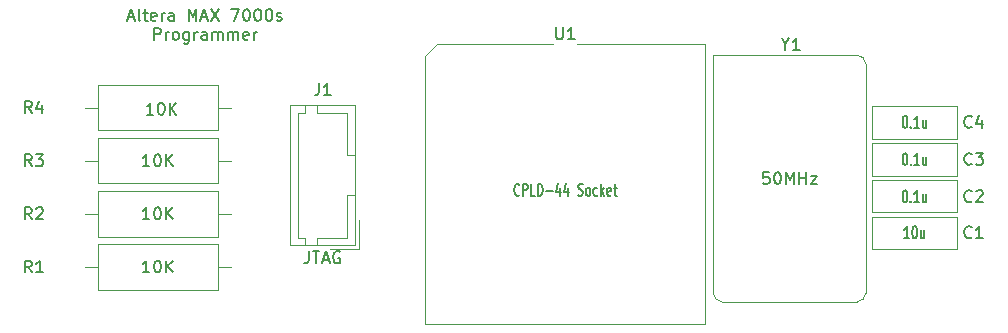
<source format=gbr>
%TF.GenerationSoftware,KiCad,Pcbnew,(6.0.7)*%
%TF.CreationDate,2023-04-25T18:25:47-06:00*%
%TF.ProjectId,altera_programmer,616c7465-7261-45f7-9072-6f6772616d6d,rev?*%
%TF.SameCoordinates,Original*%
%TF.FileFunction,Legend,Top*%
%TF.FilePolarity,Positive*%
%FSLAX46Y46*%
G04 Gerber Fmt 4.6, Leading zero omitted, Abs format (unit mm)*
G04 Created by KiCad (PCBNEW (6.0.7)) date 2023-04-25 18:25:47*
%MOMM*%
%LPD*%
G01*
G04 APERTURE LIST*
%ADD10C,0.150000*%
%ADD11C,0.120000*%
G04 APERTURE END LIST*
D10*
X112976190Y-71361666D02*
X113452380Y-71361666D01*
X112880952Y-71647380D02*
X113214285Y-70647380D01*
X113547619Y-71647380D01*
X114023809Y-71647380D02*
X113928571Y-71599761D01*
X113880952Y-71504523D01*
X113880952Y-70647380D01*
X114261904Y-70980714D02*
X114642857Y-70980714D01*
X114404761Y-70647380D02*
X114404761Y-71504523D01*
X114452380Y-71599761D01*
X114547619Y-71647380D01*
X114642857Y-71647380D01*
X115357142Y-71599761D02*
X115261904Y-71647380D01*
X115071428Y-71647380D01*
X114976190Y-71599761D01*
X114928571Y-71504523D01*
X114928571Y-71123571D01*
X114976190Y-71028333D01*
X115071428Y-70980714D01*
X115261904Y-70980714D01*
X115357142Y-71028333D01*
X115404761Y-71123571D01*
X115404761Y-71218809D01*
X114928571Y-71314047D01*
X115833333Y-71647380D02*
X115833333Y-70980714D01*
X115833333Y-71171190D02*
X115880952Y-71075952D01*
X115928571Y-71028333D01*
X116023809Y-70980714D01*
X116119047Y-70980714D01*
X116880952Y-71647380D02*
X116880952Y-71123571D01*
X116833333Y-71028333D01*
X116738095Y-70980714D01*
X116547619Y-70980714D01*
X116452380Y-71028333D01*
X116880952Y-71599761D02*
X116785714Y-71647380D01*
X116547619Y-71647380D01*
X116452380Y-71599761D01*
X116404761Y-71504523D01*
X116404761Y-71409285D01*
X116452380Y-71314047D01*
X116547619Y-71266428D01*
X116785714Y-71266428D01*
X116880952Y-71218809D01*
X118119047Y-71647380D02*
X118119047Y-70647380D01*
X118452380Y-71361666D01*
X118785714Y-70647380D01*
X118785714Y-71647380D01*
X119214285Y-71361666D02*
X119690476Y-71361666D01*
X119119047Y-71647380D02*
X119452380Y-70647380D01*
X119785714Y-71647380D01*
X120023809Y-70647380D02*
X120690476Y-71647380D01*
X120690476Y-70647380D02*
X120023809Y-71647380D01*
X121738095Y-70647380D02*
X122404761Y-70647380D01*
X121976190Y-71647380D01*
X122976190Y-70647380D02*
X123071428Y-70647380D01*
X123166666Y-70695000D01*
X123214285Y-70742619D01*
X123261904Y-70837857D01*
X123309523Y-71028333D01*
X123309523Y-71266428D01*
X123261904Y-71456904D01*
X123214285Y-71552142D01*
X123166666Y-71599761D01*
X123071428Y-71647380D01*
X122976190Y-71647380D01*
X122880952Y-71599761D01*
X122833333Y-71552142D01*
X122785714Y-71456904D01*
X122738095Y-71266428D01*
X122738095Y-71028333D01*
X122785714Y-70837857D01*
X122833333Y-70742619D01*
X122880952Y-70695000D01*
X122976190Y-70647380D01*
X123928571Y-70647380D02*
X124023809Y-70647380D01*
X124119047Y-70695000D01*
X124166666Y-70742619D01*
X124214285Y-70837857D01*
X124261904Y-71028333D01*
X124261904Y-71266428D01*
X124214285Y-71456904D01*
X124166666Y-71552142D01*
X124119047Y-71599761D01*
X124023809Y-71647380D01*
X123928571Y-71647380D01*
X123833333Y-71599761D01*
X123785714Y-71552142D01*
X123738095Y-71456904D01*
X123690476Y-71266428D01*
X123690476Y-71028333D01*
X123738095Y-70837857D01*
X123785714Y-70742619D01*
X123833333Y-70695000D01*
X123928571Y-70647380D01*
X124880952Y-70647380D02*
X124976190Y-70647380D01*
X125071428Y-70695000D01*
X125119047Y-70742619D01*
X125166666Y-70837857D01*
X125214285Y-71028333D01*
X125214285Y-71266428D01*
X125166666Y-71456904D01*
X125119047Y-71552142D01*
X125071428Y-71599761D01*
X124976190Y-71647380D01*
X124880952Y-71647380D01*
X124785714Y-71599761D01*
X124738095Y-71552142D01*
X124690476Y-71456904D01*
X124642857Y-71266428D01*
X124642857Y-71028333D01*
X124690476Y-70837857D01*
X124738095Y-70742619D01*
X124785714Y-70695000D01*
X124880952Y-70647380D01*
X125595238Y-71599761D02*
X125690476Y-71647380D01*
X125880952Y-71647380D01*
X125976190Y-71599761D01*
X126023809Y-71504523D01*
X126023809Y-71456904D01*
X125976190Y-71361666D01*
X125880952Y-71314047D01*
X125738095Y-71314047D01*
X125642857Y-71266428D01*
X125595238Y-71171190D01*
X125595238Y-71123571D01*
X125642857Y-71028333D01*
X125738095Y-70980714D01*
X125880952Y-70980714D01*
X125976190Y-71028333D01*
X115190476Y-73257380D02*
X115190476Y-72257380D01*
X115571428Y-72257380D01*
X115666666Y-72305000D01*
X115714285Y-72352619D01*
X115761904Y-72447857D01*
X115761904Y-72590714D01*
X115714285Y-72685952D01*
X115666666Y-72733571D01*
X115571428Y-72781190D01*
X115190476Y-72781190D01*
X116190476Y-73257380D02*
X116190476Y-72590714D01*
X116190476Y-72781190D02*
X116238095Y-72685952D01*
X116285714Y-72638333D01*
X116380952Y-72590714D01*
X116476190Y-72590714D01*
X116952380Y-73257380D02*
X116857142Y-73209761D01*
X116809523Y-73162142D01*
X116761904Y-73066904D01*
X116761904Y-72781190D01*
X116809523Y-72685952D01*
X116857142Y-72638333D01*
X116952380Y-72590714D01*
X117095238Y-72590714D01*
X117190476Y-72638333D01*
X117238095Y-72685952D01*
X117285714Y-72781190D01*
X117285714Y-73066904D01*
X117238095Y-73162142D01*
X117190476Y-73209761D01*
X117095238Y-73257380D01*
X116952380Y-73257380D01*
X118142857Y-72590714D02*
X118142857Y-73400238D01*
X118095238Y-73495476D01*
X118047619Y-73543095D01*
X117952380Y-73590714D01*
X117809523Y-73590714D01*
X117714285Y-73543095D01*
X118142857Y-73209761D02*
X118047619Y-73257380D01*
X117857142Y-73257380D01*
X117761904Y-73209761D01*
X117714285Y-73162142D01*
X117666666Y-73066904D01*
X117666666Y-72781190D01*
X117714285Y-72685952D01*
X117761904Y-72638333D01*
X117857142Y-72590714D01*
X118047619Y-72590714D01*
X118142857Y-72638333D01*
X118619047Y-73257380D02*
X118619047Y-72590714D01*
X118619047Y-72781190D02*
X118666666Y-72685952D01*
X118714285Y-72638333D01*
X118809523Y-72590714D01*
X118904761Y-72590714D01*
X119666666Y-73257380D02*
X119666666Y-72733571D01*
X119619047Y-72638333D01*
X119523809Y-72590714D01*
X119333333Y-72590714D01*
X119238095Y-72638333D01*
X119666666Y-73209761D02*
X119571428Y-73257380D01*
X119333333Y-73257380D01*
X119238095Y-73209761D01*
X119190476Y-73114523D01*
X119190476Y-73019285D01*
X119238095Y-72924047D01*
X119333333Y-72876428D01*
X119571428Y-72876428D01*
X119666666Y-72828809D01*
X120142857Y-73257380D02*
X120142857Y-72590714D01*
X120142857Y-72685952D02*
X120190476Y-72638333D01*
X120285714Y-72590714D01*
X120428571Y-72590714D01*
X120523809Y-72638333D01*
X120571428Y-72733571D01*
X120571428Y-73257380D01*
X120571428Y-72733571D02*
X120619047Y-72638333D01*
X120714285Y-72590714D01*
X120857142Y-72590714D01*
X120952380Y-72638333D01*
X121000000Y-72733571D01*
X121000000Y-73257380D01*
X121476190Y-73257380D02*
X121476190Y-72590714D01*
X121476190Y-72685952D02*
X121523809Y-72638333D01*
X121619047Y-72590714D01*
X121761904Y-72590714D01*
X121857142Y-72638333D01*
X121904761Y-72733571D01*
X121904761Y-73257380D01*
X121904761Y-72733571D02*
X121952380Y-72638333D01*
X122047619Y-72590714D01*
X122190476Y-72590714D01*
X122285714Y-72638333D01*
X122333333Y-72733571D01*
X122333333Y-73257380D01*
X123190476Y-73209761D02*
X123095238Y-73257380D01*
X122904761Y-73257380D01*
X122809523Y-73209761D01*
X122761904Y-73114523D01*
X122761904Y-72733571D01*
X122809523Y-72638333D01*
X122904761Y-72590714D01*
X123095238Y-72590714D01*
X123190476Y-72638333D01*
X123238095Y-72733571D01*
X123238095Y-72828809D01*
X122761904Y-72924047D01*
X123666666Y-73257380D02*
X123666666Y-72590714D01*
X123666666Y-72781190D02*
X123714285Y-72685952D01*
X123761904Y-72638333D01*
X123857142Y-72590714D01*
X123952380Y-72590714D01*
%TO.C,R4*%
X104833333Y-79452380D02*
X104500000Y-78976190D01*
X104261904Y-79452380D02*
X104261904Y-78452380D01*
X104642857Y-78452380D01*
X104738095Y-78500000D01*
X104785714Y-78547619D01*
X104833333Y-78642857D01*
X104833333Y-78785714D01*
X104785714Y-78880952D01*
X104738095Y-78928571D01*
X104642857Y-78976190D01*
X104261904Y-78976190D01*
X105690476Y-78785714D02*
X105690476Y-79452380D01*
X105452380Y-78404761D02*
X105214285Y-79119047D01*
X105833333Y-79119047D01*
X115129523Y-79602380D02*
X114558095Y-79602380D01*
X114843809Y-79602380D02*
X114843809Y-78602380D01*
X114748571Y-78745238D01*
X114653333Y-78840476D01*
X114558095Y-78888095D01*
X115748571Y-78602380D02*
X115843809Y-78602380D01*
X115939047Y-78650000D01*
X115986666Y-78697619D01*
X116034285Y-78792857D01*
X116081904Y-78983333D01*
X116081904Y-79221428D01*
X116034285Y-79411904D01*
X115986666Y-79507142D01*
X115939047Y-79554761D01*
X115843809Y-79602380D01*
X115748571Y-79602380D01*
X115653333Y-79554761D01*
X115605714Y-79507142D01*
X115558095Y-79411904D01*
X115510476Y-79221428D01*
X115510476Y-78983333D01*
X115558095Y-78792857D01*
X115605714Y-78697619D01*
X115653333Y-78650000D01*
X115748571Y-78602380D01*
X116510476Y-79602380D02*
X116510476Y-78602380D01*
X117081904Y-79602380D02*
X116653333Y-79030952D01*
X117081904Y-78602380D02*
X116510476Y-79173809D01*
%TO.C,C4*%
X184421951Y-80607142D02*
X184374332Y-80654761D01*
X184231475Y-80702380D01*
X184136237Y-80702380D01*
X183993379Y-80654761D01*
X183898141Y-80559523D01*
X183850522Y-80464285D01*
X183802903Y-80273809D01*
X183802903Y-80130952D01*
X183850522Y-79940476D01*
X183898141Y-79845238D01*
X183993379Y-79750000D01*
X184136237Y-79702380D01*
X184231475Y-79702380D01*
X184374332Y-79750000D01*
X184421951Y-79797619D01*
X185279094Y-80035714D02*
X185279094Y-80702380D01*
X185040998Y-79654761D02*
X184802903Y-80369047D01*
X185421951Y-80369047D01*
X178738618Y-79702380D02*
X178805284Y-79702380D01*
X178871951Y-79750000D01*
X178905284Y-79797619D01*
X178938618Y-79892857D01*
X178971951Y-80083333D01*
X178971951Y-80321428D01*
X178938618Y-80511904D01*
X178905284Y-80607142D01*
X178871951Y-80654761D01*
X178805284Y-80702380D01*
X178738618Y-80702380D01*
X178671951Y-80654761D01*
X178638618Y-80607142D01*
X178605284Y-80511904D01*
X178571951Y-80321428D01*
X178571951Y-80083333D01*
X178605284Y-79892857D01*
X178638618Y-79797619D01*
X178671951Y-79750000D01*
X178738618Y-79702380D01*
X179271951Y-80607142D02*
X179305284Y-80654761D01*
X179271951Y-80702380D01*
X179238618Y-80654761D01*
X179271951Y-80607142D01*
X179271951Y-80702380D01*
X179971951Y-80702380D02*
X179571951Y-80702380D01*
X179771951Y-80702380D02*
X179771951Y-79702380D01*
X179705284Y-79845238D01*
X179638618Y-79940476D01*
X179571951Y-79988095D01*
X180571951Y-80035714D02*
X180571951Y-80702380D01*
X180271951Y-80035714D02*
X180271951Y-80559523D01*
X180305284Y-80654761D01*
X180371951Y-80702380D01*
X180471951Y-80702380D01*
X180538618Y-80654761D01*
X180571951Y-80607142D01*
%TO.C,C1*%
X184412446Y-89953033D02*
X184364827Y-90000652D01*
X184221970Y-90048271D01*
X184126732Y-90048271D01*
X183983874Y-90000652D01*
X183888636Y-89905414D01*
X183841017Y-89810176D01*
X183793398Y-89619700D01*
X183793398Y-89476843D01*
X183841017Y-89286367D01*
X183888636Y-89191129D01*
X183983874Y-89095891D01*
X184126732Y-89048271D01*
X184221970Y-89048271D01*
X184364827Y-89095891D01*
X184412446Y-89143510D01*
X185364827Y-90048271D02*
X184793398Y-90048271D01*
X185079113Y-90048271D02*
X185079113Y-89048271D01*
X184983874Y-89191129D01*
X184888636Y-89286367D01*
X184793398Y-89333986D01*
X179129113Y-90048271D02*
X178729113Y-90048271D01*
X178929113Y-90048271D02*
X178929113Y-89048271D01*
X178862446Y-89191129D01*
X178795779Y-89286367D01*
X178729113Y-89333986D01*
X179562446Y-89048271D02*
X179629113Y-89048271D01*
X179695779Y-89095891D01*
X179729113Y-89143510D01*
X179762446Y-89238748D01*
X179795779Y-89429224D01*
X179795779Y-89667319D01*
X179762446Y-89857795D01*
X179729113Y-89953033D01*
X179695779Y-90000652D01*
X179629113Y-90048271D01*
X179562446Y-90048271D01*
X179495779Y-90000652D01*
X179462446Y-89953033D01*
X179429113Y-89857795D01*
X179395779Y-89667319D01*
X179395779Y-89429224D01*
X179429113Y-89238748D01*
X179462446Y-89143510D01*
X179495779Y-89095891D01*
X179562446Y-89048271D01*
X180395779Y-89381605D02*
X180395779Y-90048271D01*
X180095779Y-89381605D02*
X180095779Y-89905414D01*
X180129113Y-90000652D01*
X180195779Y-90048271D01*
X180295779Y-90048271D01*
X180362446Y-90000652D01*
X180395779Y-89953033D01*
%TO.C,R3*%
X104833333Y-83952380D02*
X104500000Y-83476190D01*
X104261904Y-83952380D02*
X104261904Y-82952380D01*
X104642857Y-82952380D01*
X104738095Y-83000000D01*
X104785714Y-83047619D01*
X104833333Y-83142857D01*
X104833333Y-83285714D01*
X104785714Y-83380952D01*
X104738095Y-83428571D01*
X104642857Y-83476190D01*
X104261904Y-83476190D01*
X105166666Y-82952380D02*
X105785714Y-82952380D01*
X105452380Y-83333333D01*
X105595238Y-83333333D01*
X105690476Y-83380952D01*
X105738095Y-83428571D01*
X105785714Y-83523809D01*
X105785714Y-83761904D01*
X105738095Y-83857142D01*
X105690476Y-83904761D01*
X105595238Y-83952380D01*
X105309523Y-83952380D01*
X105214285Y-83904761D01*
X105166666Y-83857142D01*
X114809523Y-83952380D02*
X114238095Y-83952380D01*
X114523809Y-83952380D02*
X114523809Y-82952380D01*
X114428571Y-83095238D01*
X114333333Y-83190476D01*
X114238095Y-83238095D01*
X115428571Y-82952380D02*
X115523809Y-82952380D01*
X115619047Y-83000000D01*
X115666666Y-83047619D01*
X115714285Y-83142857D01*
X115761904Y-83333333D01*
X115761904Y-83571428D01*
X115714285Y-83761904D01*
X115666666Y-83857142D01*
X115619047Y-83904761D01*
X115523809Y-83952380D01*
X115428571Y-83952380D01*
X115333333Y-83904761D01*
X115285714Y-83857142D01*
X115238095Y-83761904D01*
X115190476Y-83571428D01*
X115190476Y-83333333D01*
X115238095Y-83142857D01*
X115285714Y-83047619D01*
X115333333Y-83000000D01*
X115428571Y-82952380D01*
X116190476Y-83952380D02*
X116190476Y-82952380D01*
X116761904Y-83952380D02*
X116333333Y-83380952D01*
X116761904Y-82952380D02*
X116190476Y-83523809D01*
%TO.C,C2*%
X184421951Y-86907142D02*
X184374332Y-86954761D01*
X184231475Y-87002380D01*
X184136237Y-87002380D01*
X183993379Y-86954761D01*
X183898141Y-86859523D01*
X183850522Y-86764285D01*
X183802903Y-86573809D01*
X183802903Y-86430952D01*
X183850522Y-86240476D01*
X183898141Y-86145238D01*
X183993379Y-86050000D01*
X184136237Y-86002380D01*
X184231475Y-86002380D01*
X184374332Y-86050000D01*
X184421951Y-86097619D01*
X184802903Y-86097619D02*
X184850522Y-86050000D01*
X184945760Y-86002380D01*
X185183856Y-86002380D01*
X185279094Y-86050000D01*
X185326713Y-86097619D01*
X185374332Y-86192857D01*
X185374332Y-86288095D01*
X185326713Y-86430952D01*
X184755284Y-87002380D01*
X185374332Y-87002380D01*
X178738618Y-86002380D02*
X178805284Y-86002380D01*
X178871951Y-86050000D01*
X178905284Y-86097619D01*
X178938618Y-86192857D01*
X178971951Y-86383333D01*
X178971951Y-86621428D01*
X178938618Y-86811904D01*
X178905284Y-86907142D01*
X178871951Y-86954761D01*
X178805284Y-87002380D01*
X178738618Y-87002380D01*
X178671951Y-86954761D01*
X178638618Y-86907142D01*
X178605284Y-86811904D01*
X178571951Y-86621428D01*
X178571951Y-86383333D01*
X178605284Y-86192857D01*
X178638618Y-86097619D01*
X178671951Y-86050000D01*
X178738618Y-86002380D01*
X179271951Y-86907142D02*
X179305284Y-86954761D01*
X179271951Y-87002380D01*
X179238618Y-86954761D01*
X179271951Y-86907142D01*
X179271951Y-87002380D01*
X179971951Y-87002380D02*
X179571951Y-87002380D01*
X179771951Y-87002380D02*
X179771951Y-86002380D01*
X179705284Y-86145238D01*
X179638618Y-86240476D01*
X179571951Y-86288095D01*
X180571951Y-86335714D02*
X180571951Y-87002380D01*
X180271951Y-86335714D02*
X180271951Y-86859523D01*
X180305284Y-86954761D01*
X180371951Y-87002380D01*
X180471951Y-87002380D01*
X180538618Y-86954761D01*
X180571951Y-86907142D01*
%TO.C,J1*%
X129166666Y-76952380D02*
X129166666Y-77666666D01*
X129119047Y-77809523D01*
X129023809Y-77904761D01*
X128880952Y-77952380D01*
X128785714Y-77952380D01*
X130166666Y-77952380D02*
X129595238Y-77952380D01*
X129880952Y-77952380D02*
X129880952Y-76952380D01*
X129785714Y-77095238D01*
X129690476Y-77190476D01*
X129595238Y-77238095D01*
X128294878Y-91175257D02*
X128294878Y-91889543D01*
X128247259Y-92032400D01*
X128152021Y-92127638D01*
X128009164Y-92175257D01*
X127913925Y-92175257D01*
X128628211Y-91175257D02*
X129199640Y-91175257D01*
X128913925Y-92175257D02*
X128913925Y-91175257D01*
X129485354Y-91889543D02*
X129961545Y-91889543D01*
X129390116Y-92175257D02*
X129723449Y-91175257D01*
X130056783Y-92175257D01*
X130913925Y-91222877D02*
X130818687Y-91175257D01*
X130675830Y-91175257D01*
X130532973Y-91222877D01*
X130437735Y-91318115D01*
X130390116Y-91413353D01*
X130342497Y-91603829D01*
X130342497Y-91746686D01*
X130390116Y-91937162D01*
X130437735Y-92032400D01*
X130532973Y-92127638D01*
X130675830Y-92175257D01*
X130771068Y-92175257D01*
X130913925Y-92127638D01*
X130961545Y-92080019D01*
X130961545Y-91746686D01*
X130771068Y-91746686D01*
%TO.C,R2*%
X104833333Y-88452380D02*
X104500000Y-87976190D01*
X104261904Y-88452380D02*
X104261904Y-87452380D01*
X104642857Y-87452380D01*
X104738095Y-87500000D01*
X104785714Y-87547619D01*
X104833333Y-87642857D01*
X104833333Y-87785714D01*
X104785714Y-87880952D01*
X104738095Y-87928571D01*
X104642857Y-87976190D01*
X104261904Y-87976190D01*
X105214285Y-87547619D02*
X105261904Y-87500000D01*
X105357142Y-87452380D01*
X105595238Y-87452380D01*
X105690476Y-87500000D01*
X105738095Y-87547619D01*
X105785714Y-87642857D01*
X105785714Y-87738095D01*
X105738095Y-87880952D01*
X105166666Y-88452380D01*
X105785714Y-88452380D01*
X114809523Y-88452380D02*
X114238095Y-88452380D01*
X114523809Y-88452380D02*
X114523809Y-87452380D01*
X114428571Y-87595238D01*
X114333333Y-87690476D01*
X114238095Y-87738095D01*
X115428571Y-87452380D02*
X115523809Y-87452380D01*
X115619047Y-87500000D01*
X115666666Y-87547619D01*
X115714285Y-87642857D01*
X115761904Y-87833333D01*
X115761904Y-88071428D01*
X115714285Y-88261904D01*
X115666666Y-88357142D01*
X115619047Y-88404761D01*
X115523809Y-88452380D01*
X115428571Y-88452380D01*
X115333333Y-88404761D01*
X115285714Y-88357142D01*
X115238095Y-88261904D01*
X115190476Y-88071428D01*
X115190476Y-87833333D01*
X115238095Y-87642857D01*
X115285714Y-87547619D01*
X115333333Y-87500000D01*
X115428571Y-87452380D01*
X116190476Y-88452380D02*
X116190476Y-87452380D01*
X116761904Y-88452380D02*
X116333333Y-87880952D01*
X116761904Y-87452380D02*
X116190476Y-88023809D01*
%TO.C,C3*%
X184425971Y-83745285D02*
X184378352Y-83792904D01*
X184235495Y-83840523D01*
X184140257Y-83840523D01*
X183997399Y-83792904D01*
X183902161Y-83697666D01*
X183854542Y-83602428D01*
X183806923Y-83411952D01*
X183806923Y-83269095D01*
X183854542Y-83078619D01*
X183902161Y-82983381D01*
X183997399Y-82888143D01*
X184140257Y-82840523D01*
X184235495Y-82840523D01*
X184378352Y-82888143D01*
X184425971Y-82935762D01*
X184759304Y-82840523D02*
X185378352Y-82840523D01*
X185045018Y-83221476D01*
X185187876Y-83221476D01*
X185283114Y-83269095D01*
X185330733Y-83316714D01*
X185378352Y-83411952D01*
X185378352Y-83650047D01*
X185330733Y-83745285D01*
X185283114Y-83792904D01*
X185187876Y-83840523D01*
X184902161Y-83840523D01*
X184806923Y-83792904D01*
X184759304Y-83745285D01*
X178742638Y-82840523D02*
X178809304Y-82840523D01*
X178875971Y-82888143D01*
X178909304Y-82935762D01*
X178942638Y-83031000D01*
X178975971Y-83221476D01*
X178975971Y-83459571D01*
X178942638Y-83650047D01*
X178909304Y-83745285D01*
X178875971Y-83792904D01*
X178809304Y-83840523D01*
X178742638Y-83840523D01*
X178675971Y-83792904D01*
X178642638Y-83745285D01*
X178609304Y-83650047D01*
X178575971Y-83459571D01*
X178575971Y-83221476D01*
X178609304Y-83031000D01*
X178642638Y-82935762D01*
X178675971Y-82888143D01*
X178742638Y-82840523D01*
X179275971Y-83745285D02*
X179309304Y-83792904D01*
X179275971Y-83840523D01*
X179242638Y-83792904D01*
X179275971Y-83745285D01*
X179275971Y-83840523D01*
X179975971Y-83840523D02*
X179575971Y-83840523D01*
X179775971Y-83840523D02*
X179775971Y-82840523D01*
X179709304Y-82983381D01*
X179642638Y-83078619D01*
X179575971Y-83126238D01*
X180575971Y-83173857D02*
X180575971Y-83840523D01*
X180275971Y-83173857D02*
X180275971Y-83697666D01*
X180309304Y-83792904D01*
X180375971Y-83840523D01*
X180475971Y-83840523D01*
X180542638Y-83792904D01*
X180575971Y-83745285D01*
%TO.C,Y1*%
X168657427Y-73644281D02*
X168657427Y-74120471D01*
X168324094Y-73120471D02*
X168657427Y-73644281D01*
X168990760Y-73120471D01*
X169847903Y-74120471D02*
X169276475Y-74120471D01*
X169562189Y-74120471D02*
X169562189Y-73120471D01*
X169466951Y-73263329D01*
X169371713Y-73358567D01*
X169276475Y-73406186D01*
X167261904Y-84452380D02*
X166785714Y-84452380D01*
X166738095Y-84928571D01*
X166785714Y-84880952D01*
X166880952Y-84833333D01*
X167119047Y-84833333D01*
X167214285Y-84880952D01*
X167261904Y-84928571D01*
X167309523Y-85023809D01*
X167309523Y-85261904D01*
X167261904Y-85357142D01*
X167214285Y-85404761D01*
X167119047Y-85452380D01*
X166880952Y-85452380D01*
X166785714Y-85404761D01*
X166738095Y-85357142D01*
X167928571Y-84452380D02*
X168023809Y-84452380D01*
X168119047Y-84500000D01*
X168166666Y-84547619D01*
X168214285Y-84642857D01*
X168261904Y-84833333D01*
X168261904Y-85071428D01*
X168214285Y-85261904D01*
X168166666Y-85357142D01*
X168119047Y-85404761D01*
X168023809Y-85452380D01*
X167928571Y-85452380D01*
X167833333Y-85404761D01*
X167785714Y-85357142D01*
X167738095Y-85261904D01*
X167690476Y-85071428D01*
X167690476Y-84833333D01*
X167738095Y-84642857D01*
X167785714Y-84547619D01*
X167833333Y-84500000D01*
X167928571Y-84452380D01*
X168690476Y-85452380D02*
X168690476Y-84452380D01*
X169023809Y-85166666D01*
X169357142Y-84452380D01*
X169357142Y-85452380D01*
X169833333Y-85452380D02*
X169833333Y-84452380D01*
X169833333Y-84928571D02*
X170404761Y-84928571D01*
X170404761Y-85452380D02*
X170404761Y-84452380D01*
X170785714Y-84785714D02*
X171309523Y-84785714D01*
X170785714Y-85452380D01*
X171309523Y-85452380D01*
%TO.C,U1*%
X149238095Y-72202380D02*
X149238095Y-73011904D01*
X149285714Y-73107142D01*
X149333333Y-73154761D01*
X149428571Y-73202380D01*
X149619047Y-73202380D01*
X149714285Y-73154761D01*
X149761904Y-73107142D01*
X149809523Y-73011904D01*
X149809523Y-72202380D01*
X150809523Y-73202380D02*
X150238095Y-73202380D01*
X150523809Y-73202380D02*
X150523809Y-72202380D01*
X150428571Y-72345238D01*
X150333333Y-72440476D01*
X150238095Y-72488095D01*
X146133333Y-86357142D02*
X146100000Y-86404761D01*
X146000000Y-86452380D01*
X145933333Y-86452380D01*
X145833333Y-86404761D01*
X145766666Y-86309523D01*
X145733333Y-86214285D01*
X145700000Y-86023809D01*
X145700000Y-85880952D01*
X145733333Y-85690476D01*
X145766666Y-85595238D01*
X145833333Y-85500000D01*
X145933333Y-85452380D01*
X146000000Y-85452380D01*
X146100000Y-85500000D01*
X146133333Y-85547619D01*
X146433333Y-86452380D02*
X146433333Y-85452380D01*
X146700000Y-85452380D01*
X146766666Y-85500000D01*
X146800000Y-85547619D01*
X146833333Y-85642857D01*
X146833333Y-85785714D01*
X146800000Y-85880952D01*
X146766666Y-85928571D01*
X146700000Y-85976190D01*
X146433333Y-85976190D01*
X147466666Y-86452380D02*
X147133333Y-86452380D01*
X147133333Y-85452380D01*
X147700000Y-86452380D02*
X147700000Y-85452380D01*
X147866666Y-85452380D01*
X147966666Y-85500000D01*
X148033333Y-85595238D01*
X148066666Y-85690476D01*
X148100000Y-85880952D01*
X148100000Y-86023809D01*
X148066666Y-86214285D01*
X148033333Y-86309523D01*
X147966666Y-86404761D01*
X147866666Y-86452380D01*
X147700000Y-86452380D01*
X148400000Y-86071428D02*
X148933333Y-86071428D01*
X149566666Y-85785714D02*
X149566666Y-86452380D01*
X149400000Y-85404761D02*
X149233333Y-86119047D01*
X149666666Y-86119047D01*
X150233333Y-85785714D02*
X150233333Y-86452380D01*
X150066666Y-85404761D02*
X149900000Y-86119047D01*
X150333333Y-86119047D01*
X151100000Y-86404761D02*
X151200000Y-86452380D01*
X151366666Y-86452380D01*
X151433333Y-86404761D01*
X151466666Y-86357142D01*
X151500000Y-86261904D01*
X151500000Y-86166666D01*
X151466666Y-86071428D01*
X151433333Y-86023809D01*
X151366666Y-85976190D01*
X151233333Y-85928571D01*
X151166666Y-85880952D01*
X151133333Y-85833333D01*
X151100000Y-85738095D01*
X151100000Y-85642857D01*
X151133333Y-85547619D01*
X151166666Y-85500000D01*
X151233333Y-85452380D01*
X151400000Y-85452380D01*
X151500000Y-85500000D01*
X151900000Y-86452380D02*
X151833333Y-86404761D01*
X151800000Y-86357142D01*
X151766666Y-86261904D01*
X151766666Y-85976190D01*
X151800000Y-85880952D01*
X151833333Y-85833333D01*
X151900000Y-85785714D01*
X152000000Y-85785714D01*
X152066666Y-85833333D01*
X152100000Y-85880952D01*
X152133333Y-85976190D01*
X152133333Y-86261904D01*
X152100000Y-86357142D01*
X152066666Y-86404761D01*
X152000000Y-86452380D01*
X151900000Y-86452380D01*
X152733333Y-86404761D02*
X152666666Y-86452380D01*
X152533333Y-86452380D01*
X152466666Y-86404761D01*
X152433333Y-86357142D01*
X152400000Y-86261904D01*
X152400000Y-85976190D01*
X152433333Y-85880952D01*
X152466666Y-85833333D01*
X152533333Y-85785714D01*
X152666666Y-85785714D01*
X152733333Y-85833333D01*
X153033333Y-86452380D02*
X153033333Y-85452380D01*
X153100000Y-86071428D02*
X153300000Y-86452380D01*
X153300000Y-85785714D02*
X153033333Y-86166666D01*
X153866666Y-86404761D02*
X153800000Y-86452380D01*
X153666666Y-86452380D01*
X153600000Y-86404761D01*
X153566666Y-86309523D01*
X153566666Y-85928571D01*
X153600000Y-85833333D01*
X153666666Y-85785714D01*
X153800000Y-85785714D01*
X153866666Y-85833333D01*
X153900000Y-85928571D01*
X153900000Y-86023809D01*
X153566666Y-86119047D01*
X154100000Y-85785714D02*
X154366666Y-85785714D01*
X154200000Y-85452380D02*
X154200000Y-86309523D01*
X154233333Y-86404761D01*
X154300000Y-86452380D01*
X154366666Y-86452380D01*
%TO.C,R1*%
X104833333Y-92952380D02*
X104500000Y-92476190D01*
X104261904Y-92952380D02*
X104261904Y-91952380D01*
X104642857Y-91952380D01*
X104738095Y-92000000D01*
X104785714Y-92047619D01*
X104833333Y-92142857D01*
X104833333Y-92285714D01*
X104785714Y-92380952D01*
X104738095Y-92428571D01*
X104642857Y-92476190D01*
X104261904Y-92476190D01*
X105785714Y-92952380D02*
X105214285Y-92952380D01*
X105500000Y-92952380D02*
X105500000Y-91952380D01*
X105404761Y-92095238D01*
X105309523Y-92190476D01*
X105214285Y-92238095D01*
X114809523Y-92952380D02*
X114238095Y-92952380D01*
X114523809Y-92952380D02*
X114523809Y-91952380D01*
X114428571Y-92095238D01*
X114333333Y-92190476D01*
X114238095Y-92238095D01*
X115428571Y-91952380D02*
X115523809Y-91952380D01*
X115619047Y-92000000D01*
X115666666Y-92047619D01*
X115714285Y-92142857D01*
X115761904Y-92333333D01*
X115761904Y-92571428D01*
X115714285Y-92761904D01*
X115666666Y-92857142D01*
X115619047Y-92904761D01*
X115523809Y-92952380D01*
X115428571Y-92952380D01*
X115333333Y-92904761D01*
X115285714Y-92857142D01*
X115238095Y-92761904D01*
X115190476Y-92571428D01*
X115190476Y-92333333D01*
X115238095Y-92142857D01*
X115285714Y-92047619D01*
X115333333Y-92000000D01*
X115428571Y-91952380D01*
X116190476Y-92952380D02*
X116190476Y-91952380D01*
X116761904Y-92952380D02*
X116333333Y-92380952D01*
X116761904Y-91952380D02*
X116190476Y-92523809D01*
D11*
%TO.C,R4*%
X120570000Y-80920000D02*
X120570000Y-77080000D01*
X110430000Y-77080000D02*
X110430000Y-80920000D01*
X109320000Y-79000000D02*
X110430000Y-79000000D01*
X110430000Y-80920000D02*
X120570000Y-80920000D01*
X121680000Y-79000000D02*
X120570000Y-79000000D01*
X120570000Y-77080000D02*
X110430000Y-77080000D01*
%TO.C,C4*%
X183208618Y-81620000D02*
X175968618Y-81620000D01*
X183208618Y-78880000D02*
X175968618Y-78880000D01*
X175968618Y-81620000D02*
X175968618Y-78880000D01*
X183208618Y-81620000D02*
X183208618Y-78880000D01*
%TO.C,C1*%
X183199113Y-90965891D02*
X175959113Y-90965891D01*
X183199113Y-88225891D02*
X175959113Y-88225891D01*
X175959113Y-90965891D02*
X175959113Y-88225891D01*
X183199113Y-90965891D02*
X183199113Y-88225891D01*
%TO.C,R3*%
X121680000Y-83500000D02*
X120570000Y-83500000D01*
X109320000Y-83500000D02*
X110430000Y-83500000D01*
X110430000Y-85420000D02*
X120570000Y-85420000D01*
X120570000Y-85420000D02*
X120570000Y-81580000D01*
X110430000Y-81580000D02*
X110430000Y-85420000D01*
X120570000Y-81580000D02*
X110430000Y-81580000D01*
%TO.C,C2*%
X183208618Y-87870000D02*
X183208618Y-85130000D01*
X183208618Y-87870000D02*
X175968618Y-87870000D01*
X175968618Y-87870000D02*
X175968618Y-85130000D01*
X183208618Y-85130000D02*
X175968618Y-85130000D01*
%TO.C,J1*%
X128961545Y-79422877D02*
X131561545Y-79422877D01*
X127361545Y-90022877D02*
X127361545Y-84722877D01*
X131561545Y-86422877D02*
X132221545Y-86422877D01*
X132221545Y-78812877D02*
X126701545Y-78812877D01*
X127961545Y-90022877D02*
X127361545Y-90022877D01*
X131561545Y-79422877D02*
X131561545Y-83022877D01*
X131561545Y-83022877D02*
X132221545Y-83022877D01*
X127961545Y-79422877D02*
X127361545Y-79422877D01*
X127961545Y-78812877D02*
X127961545Y-79422877D01*
X132521545Y-90932877D02*
X132521545Y-88522877D01*
X130111545Y-90932877D02*
X132521545Y-90932877D01*
X127361545Y-79422877D02*
X127361545Y-84722877D01*
X126701545Y-78812877D02*
X126701545Y-90632877D01*
X128961545Y-90632877D02*
X128961545Y-90022877D01*
X132221545Y-90632877D02*
X132221545Y-78812877D01*
X126701545Y-90632877D02*
X132221545Y-90632877D01*
X128961545Y-90022877D02*
X131561545Y-90022877D01*
X128961545Y-78812877D02*
X128961545Y-79422877D01*
X127961545Y-90632877D02*
X127961545Y-90022877D01*
X131561545Y-90022877D02*
X131561545Y-86422877D01*
%TO.C,R2*%
X110430000Y-89920000D02*
X120570000Y-89920000D01*
X120570000Y-86080000D02*
X110430000Y-86080000D01*
X121680000Y-88000000D02*
X120570000Y-88000000D01*
X110430000Y-86080000D02*
X110430000Y-89920000D01*
X109320000Y-88000000D02*
X110430000Y-88000000D01*
X120570000Y-89920000D02*
X120570000Y-86080000D01*
%TO.C,C3*%
X183212638Y-84758143D02*
X183212638Y-82018143D01*
X183212638Y-84758143D02*
X175972638Y-84758143D01*
X175972638Y-84758143D02*
X175972638Y-82018143D01*
X183212638Y-82018143D02*
X175972638Y-82018143D01*
%TO.C,Y1*%
X175450000Y-94700000D02*
X175450000Y-75300000D01*
X162550000Y-74550000D02*
X162550000Y-94700000D01*
X174700000Y-74550000D02*
X162550000Y-74550000D01*
X163300000Y-95450000D02*
X174700000Y-95450000D01*
X175450000Y-75300000D02*
G75*
G03*
X174700000Y-74550000I-750000J0D01*
G01*
X174700000Y-95450000D02*
G75*
G03*
X175450000Y-94700000I0J750000D01*
G01*
X162550000Y-94700000D02*
G75*
G03*
X163300000Y-95450000I750000J0D01*
G01*
%TO.C,U1*%
X139150000Y-73650000D02*
X138150000Y-74650000D01*
X161850000Y-73650000D02*
X151000000Y-73650000D01*
X149000000Y-73650000D02*
X139150000Y-73650000D01*
X138150000Y-74650000D02*
X138150000Y-97350000D01*
X161850000Y-97350000D02*
X161850000Y-73650000D01*
X138150000Y-97350000D02*
X161850000Y-97350000D01*
%TO.C,R1*%
X109320000Y-92500000D02*
X110430000Y-92500000D01*
X110430000Y-90580000D02*
X110430000Y-94420000D01*
X120570000Y-90580000D02*
X110430000Y-90580000D01*
X120570000Y-94420000D02*
X120570000Y-90580000D01*
X110430000Y-94420000D02*
X120570000Y-94420000D01*
X121680000Y-92500000D02*
X120570000Y-92500000D01*
%TD*%
M02*

</source>
